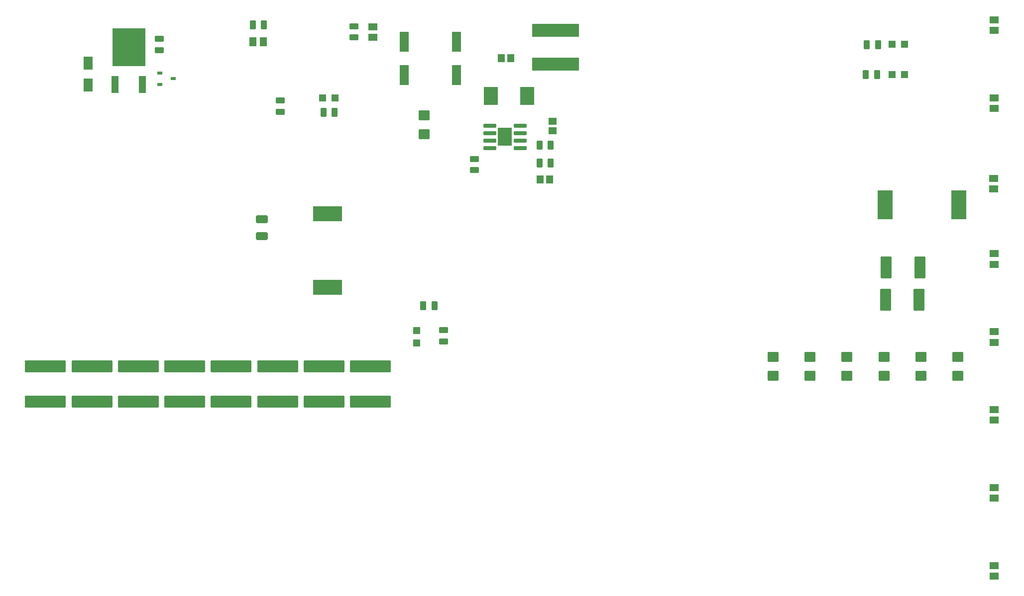
<source format=gtp>
G04*
G04 #@! TF.GenerationSoftware,Altium Limited,Altium Designer,20.1.11 (218)*
G04*
G04 Layer_Color=8421504*
%FSAX25Y25*%
%MOIN*%
G70*
G04*
G04 #@! TF.SameCoordinates,E0C1F809-B248-4629-B2B7-0F7BAD0073A3*
G04*
G04*
G04 #@! TF.FilePolarity,Positive*
G04*
G01*
G75*
G04:AMPARAMS|DCode=20|XSize=49.21mil|YSize=62.99mil|CornerRadius=4.92mil|HoleSize=0mil|Usage=FLASHONLY|Rotation=270.000|XOffset=0mil|YOffset=0mil|HoleType=Round|Shape=RoundedRectangle|*
%AMROUNDEDRECTD20*
21,1,0.04921,0.05315,0,0,270.0*
21,1,0.03937,0.06299,0,0,270.0*
1,1,0.00984,-0.02657,-0.01968*
1,1,0.00984,-0.02657,0.01968*
1,1,0.00984,0.02657,0.01968*
1,1,0.00984,0.02657,-0.01968*
%
%ADD20ROUNDEDRECTD20*%
G04:AMPARAMS|DCode=21|XSize=74.8mil|YSize=68.9mil|CornerRadius=6.89mil|HoleSize=0mil|Usage=FLASHONLY|Rotation=180.000|XOffset=0mil|YOffset=0mil|HoleType=Round|Shape=RoundedRectangle|*
%AMROUNDEDRECTD21*
21,1,0.07480,0.05512,0,0,180.0*
21,1,0.06102,0.06890,0,0,180.0*
1,1,0.01378,-0.03051,0.02756*
1,1,0.01378,0.03051,0.02756*
1,1,0.01378,0.03051,-0.02756*
1,1,0.01378,-0.03051,-0.02756*
%
%ADD21ROUNDEDRECTD21*%
%ADD22R,0.06299X0.13780*%
%ADD23R,0.05118X0.05512*%
G04:AMPARAMS|DCode=24|XSize=41.34mil|YSize=59.06mil|CornerRadius=4.13mil|HoleSize=0mil|Usage=FLASHONLY|Rotation=180.000|XOffset=0mil|YOffset=0mil|HoleType=Round|Shape=RoundedRectangle|*
%AMROUNDEDRECTD24*
21,1,0.04134,0.05079,0,0,180.0*
21,1,0.03307,0.05906,0,0,180.0*
1,1,0.00827,-0.01654,0.02539*
1,1,0.00827,0.01654,0.02539*
1,1,0.00827,0.01654,-0.02539*
1,1,0.00827,-0.01654,-0.02539*
%
%ADD24ROUNDEDRECTD24*%
G04:AMPARAMS|DCode=25|XSize=41.34mil|YSize=59.06mil|CornerRadius=4.13mil|HoleSize=0mil|Usage=FLASHONLY|Rotation=270.000|XOffset=0mil|YOffset=0mil|HoleType=Round|Shape=RoundedRectangle|*
%AMROUNDEDRECTD25*
21,1,0.04134,0.05079,0,0,270.0*
21,1,0.03307,0.05906,0,0,270.0*
1,1,0.00827,-0.02539,-0.01654*
1,1,0.00827,-0.02539,0.01654*
1,1,0.00827,0.02539,0.01654*
1,1,0.00827,0.02539,-0.01654*
%
%ADD25ROUNDEDRECTD25*%
%ADD26R,0.09449X0.12205*%
G04:AMPARAMS|DCode=27|XSize=86.61mil|YSize=23.62mil|CornerRadius=1.77mil|HoleSize=0mil|Usage=FLASHONLY|Rotation=0.000|XOffset=0mil|YOffset=0mil|HoleType=Round|Shape=RoundedRectangle|*
%AMROUNDEDRECTD27*
21,1,0.08661,0.02008,0,0,0.0*
21,1,0.08307,0.02362,0,0,0.0*
1,1,0.00354,0.04153,-0.01004*
1,1,0.00354,-0.04153,-0.01004*
1,1,0.00354,-0.04153,0.01004*
1,1,0.00354,0.04153,0.01004*
%
%ADD27ROUNDEDRECTD27*%
G04:AMPARAMS|DCode=28|XSize=145.67mil|YSize=74.8mil|CornerRadius=7.48mil|HoleSize=0mil|Usage=FLASHONLY|Rotation=90.000|XOffset=0mil|YOffset=0mil|HoleType=Round|Shape=RoundedRectangle|*
%AMROUNDEDRECTD28*
21,1,0.14567,0.05984,0,0,90.0*
21,1,0.13071,0.07480,0,0,90.0*
1,1,0.01496,0.02992,0.06535*
1,1,0.01496,0.02992,-0.06535*
1,1,0.01496,-0.02992,-0.06535*
1,1,0.01496,-0.02992,0.06535*
%
%ADD28ROUNDEDRECTD28*%
G04:AMPARAMS|DCode=29|XSize=78.74mil|YSize=51.18mil|CornerRadius=5.12mil|HoleSize=0mil|Usage=FLASHONLY|Rotation=0.000|XOffset=0mil|YOffset=0mil|HoleType=Round|Shape=RoundedRectangle|*
%AMROUNDEDRECTD29*
21,1,0.07874,0.04095,0,0,0.0*
21,1,0.06850,0.05118,0,0,0.0*
1,1,0.01024,0.03425,-0.02047*
1,1,0.01024,-0.03425,-0.02047*
1,1,0.01024,-0.03425,0.02047*
1,1,0.01024,0.03425,0.02047*
%
%ADD29ROUNDEDRECTD29*%
%ADD30R,0.21850X0.25591*%
%ADD31R,0.04921X0.11221*%
%ADD32R,0.31500X0.08700*%
%ADD33R,0.09843X0.19685*%
%ADD34R,0.19685X0.09843*%
%ADD35R,0.04724X0.04724*%
%ADD36R,0.09646X0.12402*%
%ADD37R,0.04724X0.04724*%
%ADD38R,0.03543X0.02362*%
%ADD39R,0.06417X0.08584*%
G04:AMPARAMS|DCode=40|XSize=49.21mil|YSize=62.99mil|CornerRadius=4.92mil|HoleSize=0mil|Usage=FLASHONLY|Rotation=0.000|XOffset=0mil|YOffset=0mil|HoleType=Round|Shape=RoundedRectangle|*
%AMROUNDEDRECTD40*
21,1,0.04921,0.05315,0,0,0.0*
21,1,0.03937,0.06299,0,0,0.0*
1,1,0.00984,0.01968,-0.02657*
1,1,0.00984,-0.01968,-0.02657*
1,1,0.00984,-0.01968,0.02657*
1,1,0.00984,0.01968,0.02657*
%
%ADD40ROUNDEDRECTD40*%
G04:AMPARAMS|DCode=41|XSize=78.74mil|YSize=275.59mil|CornerRadius=7.87mil|HoleSize=0mil|Usage=FLASHONLY|Rotation=90.000|XOffset=0mil|YOffset=0mil|HoleType=Round|Shape=RoundedRectangle|*
%AMROUNDEDRECTD41*
21,1,0.07874,0.25984,0,0,90.0*
21,1,0.06299,0.27559,0,0,90.0*
1,1,0.01575,0.12992,0.03150*
1,1,0.01575,0.12992,-0.03150*
1,1,0.01575,-0.12992,-0.03150*
1,1,0.01575,-0.12992,0.03150*
%
%ADD41ROUNDEDRECTD41*%
%ADD42R,0.05512X0.05118*%
D20*
X0659600Y0085364D02*
D03*
Y0092412D02*
D03*
Y0137673D02*
D03*
Y0144720D02*
D03*
Y0242289D02*
D03*
Y0249336D02*
D03*
Y0346905D02*
D03*
Y0353953D02*
D03*
Y0399214D02*
D03*
Y0406261D02*
D03*
Y0033056D02*
D03*
Y0040103D02*
D03*
Y0189981D02*
D03*
Y0197028D02*
D03*
X0659400Y0292776D02*
D03*
Y0299824D02*
D03*
X0243500Y0401420D02*
D03*
Y0394372D02*
D03*
D21*
X0635300Y0167501D02*
D03*
Y0180099D02*
D03*
X0610560Y0167501D02*
D03*
Y0180099D02*
D03*
X0585820Y0167501D02*
D03*
Y0180099D02*
D03*
X0561080Y0167501D02*
D03*
Y0180099D02*
D03*
X0536340Y0167501D02*
D03*
Y0180099D02*
D03*
X0511600Y0167501D02*
D03*
Y0180099D02*
D03*
X0277900Y0342099D02*
D03*
Y0329501D02*
D03*
D22*
X0264735Y0391346D02*
D03*
Y0369299D02*
D03*
X0299500Y0391347D02*
D03*
Y0369300D02*
D03*
D23*
X0355650Y0299000D02*
D03*
X0361950D02*
D03*
X0329750Y0380400D02*
D03*
X0336050D02*
D03*
D24*
X0355240Y0310300D02*
D03*
X0362760D02*
D03*
X0163140Y0402800D02*
D03*
X0170660D02*
D03*
X0355193Y0322000D02*
D03*
X0362713D02*
D03*
X0581860Y0389600D02*
D03*
X0574340D02*
D03*
X0277340Y0214500D02*
D03*
X0284860D02*
D03*
X0581190Y0369500D02*
D03*
X0573671D02*
D03*
X0217960Y0344100D02*
D03*
X0210440D02*
D03*
D25*
X0230900Y0394336D02*
D03*
Y0401856D02*
D03*
X0181700Y0352060D02*
D03*
Y0344540D02*
D03*
X0311700Y0305440D02*
D03*
Y0312960D02*
D03*
X0290800Y0198069D02*
D03*
Y0190550D02*
D03*
X0100700Y0393360D02*
D03*
Y0385840D02*
D03*
D26*
X0332100Y0327700D02*
D03*
D27*
X0322000Y0335200D02*
D03*
Y0330200D02*
D03*
Y0325200D02*
D03*
Y0320200D02*
D03*
X0342200D02*
D03*
Y0325200D02*
D03*
Y0330200D02*
D03*
Y0335200D02*
D03*
D28*
X0609221Y0218500D02*
D03*
X0586779D02*
D03*
X0609821Y0240000D02*
D03*
X0587380D02*
D03*
D29*
X0169300Y0261191D02*
D03*
Y0272609D02*
D03*
D30*
X0080200Y0387898D02*
D03*
D31*
X0089354Y0362702D02*
D03*
X0071047D02*
D03*
D32*
X0365900Y0376650D02*
D03*
Y0399150D02*
D03*
D33*
X0586694Y0282200D02*
D03*
X0635906D02*
D03*
D34*
X0213200Y0276113D02*
D03*
Y0226900D02*
D03*
D35*
X0591432Y0389800D02*
D03*
X0599700D02*
D03*
X0591266Y0369500D02*
D03*
X0599534D02*
D03*
X0218334Y0353700D02*
D03*
X0210066D02*
D03*
D36*
X0347000Y0355100D02*
D03*
X0322591D02*
D03*
D37*
X0272826Y0197774D02*
D03*
Y0189506D02*
D03*
D38*
X0109828Y0366700D02*
D03*
X0100772Y0362960D02*
D03*
Y0370440D02*
D03*
D39*
X0053100Y0377111D02*
D03*
Y0362488D02*
D03*
D40*
X0170266Y0391500D02*
D03*
X0163219D02*
D03*
D41*
X0242000Y0173911D02*
D03*
Y0150289D02*
D03*
X0210914Y0173911D02*
D03*
Y0150289D02*
D03*
X0179829Y0173911D02*
D03*
Y0150289D02*
D03*
X0148743Y0173911D02*
D03*
Y0150289D02*
D03*
X0117657Y0173911D02*
D03*
Y0150289D02*
D03*
X0086571Y0173911D02*
D03*
Y0150289D02*
D03*
X0055486Y0173911D02*
D03*
Y0150289D02*
D03*
X0024400Y0173911D02*
D03*
Y0150289D02*
D03*
D42*
X0364100Y0338150D02*
D03*
Y0331850D02*
D03*
M02*

</source>
